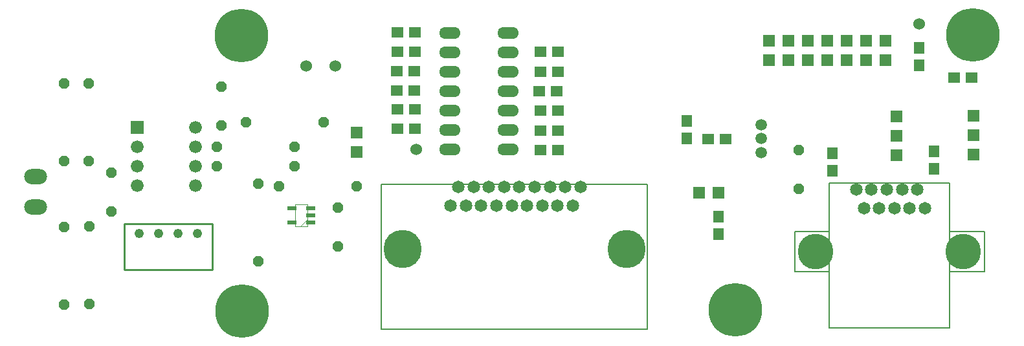
<source format=gbr>
G04 EasyPC Gerber Version 21.0.3 Build 4286 *
G04 #@! TF.Part,Single*
G04 #@! TF.FileFunction,AssemblyDrawing,Top *
G04 #@! TF.FilePolarity,Positive *
%FSLAX35Y35*%
%MOIN*%
G04 #@! TA.AperFunction,ComponentPad*
%AMT78*0 Octagon Pad at angle 0*4,1,8,-0.01077,-0.02600,0.01077,-0.02600,0.02600,-0.01077,0.02600,0.01077,0.01077,0.02600,-0.01077,0.02600,-0.02600,0.01077,-0.02600,-0.01077,-0.01077,-0.02600,0*%
%ADD78T78*%
G04 #@! TA.AperFunction,SMDPad*
%ADD76R,0.05500X0.06000*%
G04 #@! TA.AperFunction,WasherPad*
%ADD26R,0.06000X0.06000*%
G04 #@! TA.AperFunction,ComponentPad*
%ADD80R,0.06600X0.06600*%
G04 #@! TD.AperFunction*
%ADD70C,0.00394*%
%ADD71C,0.00787*%
%ADD18C,0.01000*%
G04 #@! TA.AperFunction,ComponentPad*
%ADD79C,0.04764*%
%ADD77C,0.05945*%
G04 #@! TA.AperFunction,WasherPad*
%ADD28C,0.06000*%
G04 #@! TA.AperFunction,ComponentPad*
%ADD72C,0.06496*%
%ADD81C,0.06600*%
%ADD73C,0.18307*%
%ADD74C,0.19685*%
G04 #@! TA.AperFunction,WasherPad*
%ADD25C,0.27559*%
%ADD27O,0.11000X0.06000*%
%ADD29O,0.11811X0.07874*%
G04 #@! TA.AperFunction,SMDPad*
%ADD82R,0.04724X0.02362*%
%ADD75R,0.06000X0.05500*%
X0Y0D02*
D02*
D18*
X116096Y47691D02*
X70821D01*
Y71313*
X116096*
Y47691*
D02*
D70*
X165112Y69738D02*
X158813D01*
Y81156*
X165112*
Y69738*
Y73478D02*
X161372Y69738D01*
D02*
D71*
X203203Y91687D02*
X340211D01*
Y16884*
X203203*
Y91687*
X433715Y67089D02*
X415998D01*
Y46600*
X433715*
Y92278D02*
X495919D01*
Y17474*
X433715*
Y92278*
X495919Y67089D02*
X513636D01*
Y46600*
X495919*
D02*
D25*
X130959Y168163D03*
X131549Y26234D03*
X385585Y27022D03*
X507829Y168557D03*
D02*
D26*
X190329Y108104D03*
Y118104D03*
X366864Y87061D03*
X376864D03*
X402888Y155545D03*
Y165545D03*
X412888Y155545D03*
Y165545D03*
X422888Y155545D03*
Y165545D03*
X432888Y155545D03*
Y165545D03*
X442888Y155545D03*
Y165545D03*
X452888Y155545D03*
Y165545D03*
X462888Y155545D03*
Y165545D03*
X468557Y106589D03*
Y116589D03*
Y126589D03*
X508026Y106982D03*
Y116982D03*
Y126982D03*
D02*
D27*
X238557Y109600D03*
Y119600D03*
Y129600D03*
Y139600D03*
Y149600D03*
Y159600D03*
Y169600D03*
X268557Y109600D03*
Y119600D03*
Y129600D03*
Y139600D03*
Y149600D03*
Y159600D03*
Y169600D03*
D02*
D28*
X164522Y152514D03*
X179522D03*
X221116Y109600D03*
X479974Y174069D03*
D02*
D29*
X25250Y79896D03*
Y95421D03*
D02*
D72*
X238833Y80467D03*
X242770Y90309D03*
X246707Y80467D03*
X250644Y90309D03*
X254581Y80467D03*
X258518Y90309D03*
X262455Y80467D03*
X266392Y90309D03*
X270329Y80467D03*
X274266Y90309D03*
X278203Y80467D03*
X282140Y90309D03*
X286077Y80467D03*
X290014Y90309D03*
X293951Y80467D03*
X297888Y90309D03*
X301825Y80467D03*
X305762Y90309D03*
X447691Y88931D03*
X451628Y79089D03*
X455565Y88931D03*
X459502Y79089D03*
X463439Y88931D03*
X467376Y79089D03*
X471313Y88931D03*
X475250Y79089D03*
X479187Y88931D03*
X483124Y79089D03*
D02*
D73*
X426825Y56844D03*
X502809D03*
D02*
D74*
X214030Y58222D03*
X329384D03*
D02*
D75*
X211006Y139915D03*
X211183Y149719D03*
X211301Y120230D03*
X211478Y130230D03*
Y169797D03*
X211596Y159856D03*
X220006Y139915D03*
X220183Y149719D03*
X220301Y120230D03*
X220478Y130230D03*
Y169797D03*
X220596Y159856D03*
X284510Y139581D03*
X285002Y109108D03*
Y129581D03*
Y149561D03*
Y159856D03*
X285199Y119305D03*
X293510Y139581D03*
X294002Y109108D03*
Y129581D03*
Y149561D03*
Y159856D03*
X294199Y119305D03*
X371341Y114719D03*
X380341D03*
X498211Y146510D03*
X507211D03*
D02*
D76*
X360289Y115041D03*
Y124041D03*
X376628Y66026D03*
Y75026D03*
X435486Y98604D03*
Y107604D03*
X480171Y152935D03*
Y161935D03*
X487750Y99490D03*
Y108490D03*
D02*
D77*
X398872Y108026D03*
Y115112D03*
Y122199D03*
D02*
D78*
X39620Y103380D03*
Y143380D03*
X39915Y29463D03*
Y69463D03*
X52612Y103380D03*
Y143380D03*
X52809Y29758D03*
Y69758D03*
X64030Y77553D03*
Y97553D03*
X118537Y100742D03*
Y110978D03*
X120624Y121943D03*
Y141943D03*
X133400Y123478D03*
X139719Y51805D03*
Y91805D03*
X150329Y90407D03*
X158537Y100742D03*
Y110978D03*
X173400Y123478D03*
X180860Y59443D03*
Y79443D03*
X190329Y90407D03*
X417967Y89266D03*
Y109266D03*
D02*
D79*
X78459Y66313D03*
X88459D03*
X98459D03*
X108459D03*
D02*
D80*
X77533Y120900D03*
D02*
D81*
Y90900D03*
Y100900D03*
Y110900D03*
X107533Y90900D03*
Y100900D03*
Y110900D03*
Y120900D03*
D02*
D82*
X157041Y71707D03*
Y79187D03*
X166884Y71707D03*
Y75447D03*
Y79187D03*
X0Y0D02*
M02*

</source>
